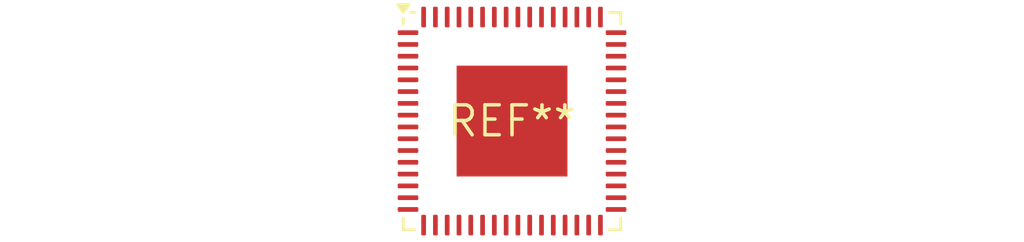
<source format=kicad_pcb>
(kicad_pcb (version 20240108) (generator pcbnew)
  (layers (0 "F.Cu" signal) (31 "B.Cu" signal) (34 "B.Paste" user) (35 "F.Paste" user) (36 "B.SilkS" user "B.Silkscreen") (37 "F.SilkS" user "F.Silkscreen") (38 "B.Mask" user) (39 "F.Mask" user) (44 "Edge.Cuts" user))
  (net 0 "")
  (footprint "QFN-64-1EP_9x9mm_P0.5mm_EP4.7x4.7mm" (layer "F.Cu") (at 0 0)
    (property "Reference" "REF**")
    (property "Value" "QFN-64-1EP_9x9mm_P0.5mm_EP4.7x4.7mm")
    (fp_line (start -4.61 -4.11) (end -4.61 -4.37) (layer "F.SilkS") (stroke (width 0.12)))
    (fp_line (start -4.61 4.61) (end -4.61 4.11) (layer "F.SilkS") (stroke (width 0.12)))
    (fp_line (start -4.11 -4.61) (end -4.31 -4.61) (layer "F.SilkS") (stroke (width 0.12)))
    (fp_line (start -4.11 4.61) (end -4.61 4.61) (layer "F.SilkS") (stroke (width 0.12)))
    (fp_line (start 4.11 -4.61) (end 4.61 -4.61) (layer "F.SilkS") (stroke (width 0.12)))
    (fp_line (start 4.11 4.61) (end 4.61 4.61) (layer "F.SilkS") (stroke (width 0.12)))
    (fp_line (start 4.61 -4.61) (end 4.61 -4.11) (layer "F.SilkS") (stroke (width 0.12)))
    (fp_line (start 4.61 4.61) (end 4.61 4.11) (layer "F.SilkS") (stroke (width 0.12)))
    (fp_poly (pts (xy -4.61 -4.61) (xy -4.85 -4.94) (xy -4.37 -4.94) (xy -4.61 -4.61)) (layer "F.SilkS") (stroke (width 0.12)) (fill solid))
    (pad "1" smd roundrect (at -4.4125 -3.75) (size 0.875 0.2) (layers "F.Cu" "F.Paste" "F.Mask"))
    (pad "2" smd roundrect (at -4.4125 -3.25) (size 0.875 0.2) (layers "F.Cu" "F.Paste" "F.Mask"))
    (pad "3" smd roundrect (at -4.4125 -2.75) (size 0.875 0.2) (layers "F.Cu" "F.Paste" "F.Mask"))
    (pad "4" smd roundrect (at -4.4125 -2.25) (size 0.875 0.2) (layers "F.Cu" "F.Paste" "F.Mask"))
    (pad "5" smd roundrect (at -4.4125 -1.75) (size 0.875 0.2) (layers "F.Cu" "F.Paste" "F.Mask"))
    (pad "6" smd roundrect (at -4.4125 -1.25) (size 0.875 0.2) (layers "F.Cu" "F.Paste" "F.Mask"))
    (pad "7" smd roundrect (at -4.4125 -0.75) (size 0.875 0.2) (layers "F.Cu" "F.Paste" "F.Mask"))
    (pad "8" smd roundrect (at -4.4125 -0.25) (size 0.875 0.2) (layers "F.Cu" "F.Paste" "F.Mask"))
    (pad "9" smd roundrect (at -4.4125 0.25) (size 0.875 0.2) (layers "F.Cu" "F.Paste" "F.Mask"))
    (pad "10" smd roundrect (at -4.4125 0.75) (size 0.875 0.2) (layers "F.Cu" "F.Paste" "F.Mask"))
    (pad "11" smd roundrect (at -4.4125 1.25) (size 0.875 0.2) (layers "F.Cu" "F.Paste" "F.Mask"))
    (pad "12" smd roundrect (at -4.4125 1.75) (size 0.875 0.2) (layers "F.Cu" "F.Paste" "F.Mask"))
    (pad "13" smd roundrect (at -4.4125 2.25) (size 0.875 0.2) (layers "F.Cu" "F.Paste" "F.Mask"))
    (pad "14" smd roundrect (at -4.4125 2.75) (size 0.875 0.2) (layers "F.Cu" "F.Paste" "F.Mask"))
    (pad "15" smd roundrect (at -4.4125 3.25) (size 0.875 0.2) (layers "F.Cu" "F.Paste" "F.Mask"))
    (pad "16" smd roundrect (at -4.4125 3.75) (size 0.875 0.2) (layers "F.Cu" "F.Paste" "F.Mask"))
    (pad "17" smd roundrect (at -3.75 4.4125) (size 0.2 0.875) (layers "F.Cu" "F.Paste" "F.Mask"))
    (pad "18" smd roundrect (at -3.25 4.4125) (size 0.2 0.875) (layers "F.Cu" "F.Paste" "F.Mask"))
    (pad "19" smd roundrect (at -2.75 4.4125) (size 0.2 0.875) (layers "F.Cu" "F.Paste" "F.Mask"))
    (pad "20" smd roundrect (at -2.25 4.4125) (size 0.2 0.875) (layers "F.Cu" "F.Paste" "F.Mask"))
    (pad "21" smd roundrect (at -1.75 4.4125) (size 0.2 0.875) (layers "F.Cu" "F.Paste" "F.Mask"))
    (pad "22" smd roundrect (at -1.25 4.4125) (size 0.2 0.875) (layers "F.Cu" "F.Paste" "F.Mask"))
    (pad "23" smd roundrect (at -0.75 4.4125) (size 0.2 0.875) (layers "F.Cu" "F.Paste" "F.Mask"))
    (pad "24" smd roundrect (at -0.25 4.4125) (size 0.2 0.875) (layers "F.Cu" "F.Paste" "F.Mask"))
    (pad "25" smd roundrect (at 0.25 4.4125) (size 0.2 0.875) (layers "F.Cu" "F.Paste" "F.Mask"))
    (pad "26" smd roundrect (at 0.75 4.4125) (size 0.2 0.875) (layers "F.Cu" "F.Paste" "F.Mask"))
    (pad "27" smd roundrect (at 1.25 4.4125) (size 0.2 0.875) (layers "F.Cu" "F.Paste" "F.Mask"))
    (pad "28" smd roundrect (at 1.75 4.4125) (size 0.2 0.875) (layers "F.Cu" "F.Paste" "F.Mask"))
    (pad "29" smd roundrect (at 2.25 4.4125) (size 0.2 0.875) (layers "F.Cu" "F.Paste" "F.Mask"))
    (pad "30" smd roundrect (at 2.75 4.4125) (size 0.2 0.875) (layers "F.Cu" "F.Paste" "F.Mask"))
    (pad "31" smd roundrect (at 3.25 4.4125) (size 0.2 0.875) (layers "F.Cu" "F.Paste" "F.Mask"))
    (pad "32" smd roundrect (at 3.75 4.4125) (size 0.2 0.875) (layers "F.Cu" "F.Paste" "F.Mask"))
    (pad "33" smd roundrect (at 4.4125 3.75) (size 0.875 0.2) (layers "F.Cu" "F.Paste" "F.Mask"))
    (pad "34" smd roundrect (at 4.4125 3.25) (size 0.875 0.2) (layers "F.Cu" "F.Paste" "F.Mask"))
    (pad "35" smd roundrect (at 4.4125 2.75) (size 0.875 0.2) (layers "F.Cu" "F.Paste" "F.Mask"))
    (pad "36" smd roundrect (at 4.4125 2.25) (size 0.875 0.2) (layers "F.Cu" "F.Paste" "F.Mask"))
    (pad "37" smd roundrect (at 4.4125 1.75) (size 0.875 0.2) (layers "F.Cu" "F.Paste" "F.Mask"))
    (pad "38" smd roundrect (at 4.4125 1.25) (size 0.875 0.2) (layers "F.Cu" "F.Paste" "F.Mask"))
    (pad "39" smd roundrect (at 4.4125 0.75) (size 0.875 0.2) (layers "F.Cu" "F.Paste" "F.Mask"))
    (pad "40" smd roundrect (at 4.4125 0.25) (size 0.875 0.2) (layers "F.Cu" "F.Paste" "F.Mask"))
    (pad "41" smd roundrect (at 4.4125 -0.25) (size 0.875 0.2) (layers "F.Cu" "F.Paste" "F.Mask"))
    (pad "42" smd roundrect (at 4.4125 -0.75) (size 0.875 0.2) (layers "F.Cu" "F.Paste" "F.Mask"))
    (pad "43" smd roundrect (at 4.4125 -1.25) (size 0.875 0.2) (layers "F.Cu" "F.Paste" "F.Mask"))
    (pad "44" smd roundrect (at 4.4125 -1.75) (size 0.875 0.2) (layers "F.Cu" "F.Paste" "F.Mask"))
    (pad "45" smd roundrect (at 4.4125 -2.25) (size 0.875 0.2) (layers "F.Cu" "F.Paste" "F.Mask"))
    (pad "46" smd roundrect (at 4.4125 -2.75) (size 0.875 0.2) (layers "F.Cu" "F.Paste" "F.Mask"))
    (pad "47" smd roundrect (at 4.4125 -3.25) (size 0.875 0.2) (layers "F.Cu" "F.Paste" "F.Mask"))
    (pad "48" smd roundrect (at 4.4125 -3.75) (size 0.875 0.2) (layers "F.Cu" "F.Paste" "F.Mask"))
    (pad "49" smd roundrect (at 3.75 -4.4125) (size 0.2 0.875) (layers "F.Cu" "F.Paste" "F.Mask"))
    (pad "50" smd roundrect (at 3.25 -4.4125) (size 0.2 0.875) (layers "F.Cu" "F.Paste" "F.Mask"))
    (pad "51" smd roundrect (at 2.75 -4.4125) (size 0.2 0.875) (layers "F.Cu" "F.Paste" "F.Mask"))
    (pad "52" smd roundrect (at 2.25 -4.4125) (size 0.2 0.875) (layers "F.Cu" "F.Paste" "F.Mask"))
    (pad "53" smd roundrect (at 1.75 -4.4125) (size 0.2 0.875) (layers "F.Cu" "F.Paste" "F.Mask"))
    (pad "54" smd roundrect (at 1.25 -4.4125) (size 0.2 0.875) (layers "F.Cu" "F.Paste" "F.Mask"))
    (pad "55" smd roundrect (at 0.75 -4.4125) (size 0.2 0.875) (layers "F.Cu" "F.Paste" "F.Mask"))
    (pad "56" smd roundrect (at 0.25 -4.4125) (size 0.2 0.875) (layers "F.Cu" "F.Paste" "F.Mask"))
    (pad "57" smd roundrect (at -0.25 -4.4125) (size 0.2 0.875) (layers "F.Cu" "F.Paste" "F.Mask"))
    (pad "58" smd roundrect (at -0.75 -4.4125) (size 0.2 0.875) (layers "F.Cu" "F.Paste" "F.Mask"))
    (pad "59" smd roundrect (at -1.25 -4.4125) (size 0.2 0.875) (layers "F.Cu" "F.Paste" "F.Mask"))
    (pad "60" smd roundrect (at -1.75 -4.4125) (size 0.2 0.875) (layers "F.Cu" "F.Paste" "F.Mask"))
    (pad "61" smd roundrect (at -2.25 -4.4125) (size 0.2 0.875) (layers "F.Cu" "F.Paste" "F.Mask"))
    (pad "62" smd roundrect (at -2.75 -4.4125) (size 0.2 0.875) (layers "F.Cu" "F.Paste" "F.Mask"))
    (pad "63" smd roundrect (at -3.25 -4.4125) (size 0.2 0.875) (layers "F.Cu" "F.Paste" "F.Mask"))
    (pad "64" smd roundrect (at -3.75 -4.4125) (size 0.2 0.875) (layers "F.Cu" "F.Paste" "F.Mask"))
    (pad "65" smd rect (at 0 0) (size 4.7 4.7) (property pad_prop_heatsink) (layers "F.Cu" "F.Mask"))
  )
)
</source>
